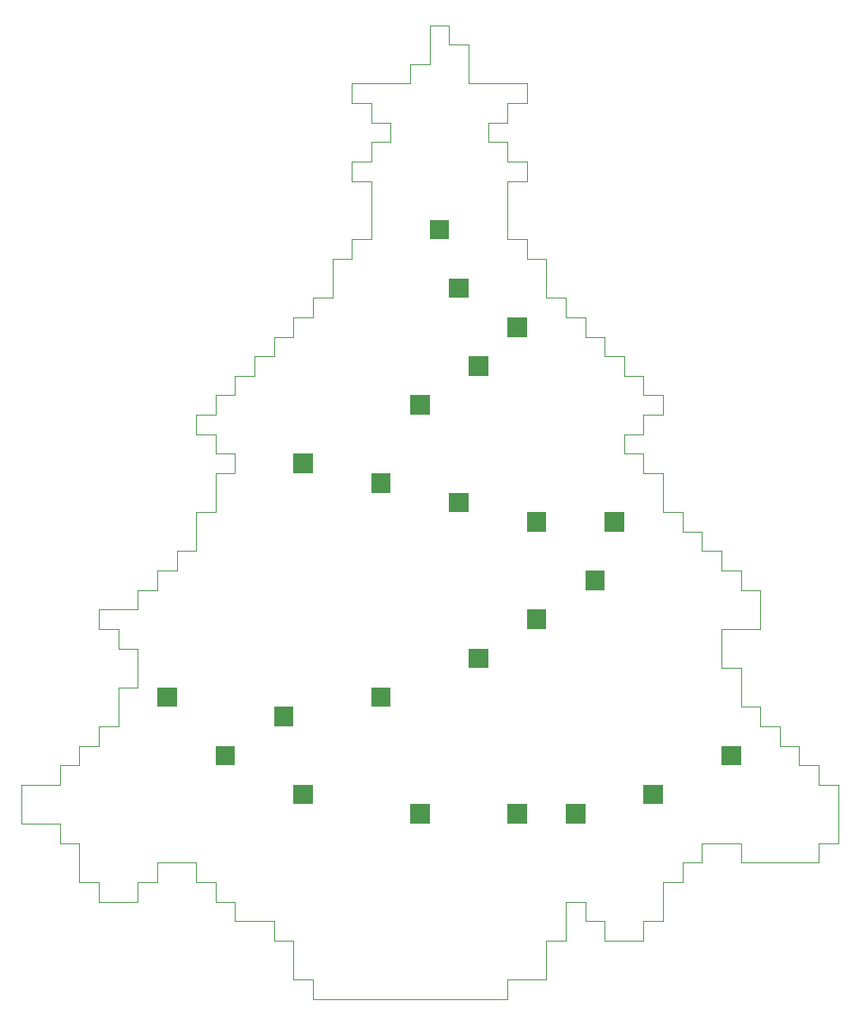
<source format=gbo>
G04 Layer_Color=32896*
%FSLAX24Y24*%
%MOIN*%
G70*
G01*
G75*
%ADD42C,0.0049*%
G36*
X-22047Y11024D02*
X-22835D01*
Y11811D01*
X-22047D01*
Y11024D01*
D02*
G37*
G36*
X-3937Y9449D02*
X-4724D01*
Y10236D01*
X-3937D01*
Y9449D01*
D02*
G37*
G36*
X-18110Y11811D02*
X-18898D01*
Y12598D01*
X-18110D01*
Y11811D01*
D02*
G37*
G36*
X-14173Y13386D02*
X-14961D01*
Y14173D01*
X-14173D01*
Y13386D01*
D02*
G37*
G36*
X-26772Y11811D02*
X-27559D01*
Y12598D01*
X-26772D01*
Y11811D01*
D02*
G37*
G36*
X-24409Y9449D02*
X-25197D01*
Y10236D01*
X-24409D01*
Y9449D01*
D02*
G37*
G36*
X-12598Y7087D02*
X-13386D01*
Y7874D01*
X-12598D01*
Y7087D01*
D02*
G37*
G36*
X-16535D02*
X-17323D01*
Y7874D01*
X-16535D01*
Y7087D01*
D02*
G37*
G36*
X-10236D02*
X-11024D01*
Y7874D01*
X-10236D01*
Y7087D01*
D02*
G37*
G36*
X-7087Y7874D02*
X-7874D01*
Y8661D01*
X-7087D01*
Y7874D01*
D02*
G37*
G36*
X-21260D02*
X-22047D01*
Y8661D01*
X-21260D01*
Y7874D01*
D02*
G37*
G36*
X-11811Y14961D02*
X-12598D01*
Y15748D01*
X-11811D01*
Y14961D01*
D02*
G37*
G36*
X-14173Y25197D02*
X-14961D01*
Y25984D01*
X-14173D01*
Y25197D01*
D02*
G37*
G36*
X-16535Y23622D02*
X-17323D01*
Y24409D01*
X-16535D01*
Y23622D01*
D02*
G37*
G36*
X-12598Y26772D02*
X-13386D01*
Y27559D01*
X-12598D01*
Y26772D01*
D02*
G37*
G36*
X-15748Y30709D02*
X-16535D01*
Y31496D01*
X-15748D01*
Y30709D01*
D02*
G37*
G36*
X-14961Y28346D02*
X-15748D01*
Y29134D01*
X-14961D01*
Y28346D01*
D02*
G37*
G36*
X-21260Y21260D02*
X-22047D01*
Y22047D01*
X-21260D01*
Y21260D01*
D02*
G37*
G36*
X-11811Y18898D02*
X-12598D01*
Y19685D01*
X-11811D01*
Y18898D01*
D02*
G37*
G36*
X-9449Y16535D02*
X-10236D01*
Y17323D01*
X-9449D01*
Y16535D01*
D02*
G37*
G36*
X-8661Y18898D02*
X-9449D01*
Y19685D01*
X-8661D01*
Y18898D01*
D02*
G37*
G36*
X-18110Y20472D02*
X-18898D01*
Y21260D01*
X-18110D01*
Y20472D01*
D02*
G37*
G36*
X-14961Y19685D02*
X-15748D01*
Y20472D01*
X-14961D01*
Y19685D01*
D02*
G37*
D42*
X-21260Y0D02*
Y787D01*
X-22047D02*
X-21260D01*
X-22047D02*
Y2362D01*
X-22835D02*
X-22047D01*
X-22835D02*
Y3150D01*
X-24409D02*
X-22835D01*
X-24409D02*
Y3937D01*
X-25197D02*
X-24409D01*
X-25197D02*
Y4724D01*
X-25984D02*
X-25197D01*
X-25984D02*
Y5512D01*
X-27559D02*
X-25984D01*
X-27559Y4724D02*
Y5512D01*
X-28346Y4724D02*
X-27559D01*
X-28346Y3937D02*
Y4724D01*
X-29921Y3937D02*
X-28346D01*
X-29921D02*
Y4724D01*
X-30709D02*
X-29921D01*
X-30709D02*
Y6299D01*
X-31496D02*
X-30709D01*
X-31496D02*
Y7087D01*
X-33071D02*
X-31496D01*
X-33071D02*
Y8661D01*
X-31496D01*
Y9449D01*
X-30709D01*
Y10236D01*
X-29921D01*
Y11024D01*
X-29134D01*
Y12598D01*
X-28346D01*
Y14173D01*
X-29134D02*
X-28346D01*
X-29134D02*
Y14961D01*
X-29921D02*
X-29134D01*
X-29921D02*
Y15748D01*
X-28346D01*
Y16535D01*
X-27559D01*
Y17323D01*
X-26772D01*
Y18110D01*
X-25984D01*
Y19685D01*
X-25197D01*
Y21260D01*
X-24409D01*
Y22047D01*
X-25197D02*
X-24409D01*
X-25197D02*
Y22835D01*
X-25984D02*
X-25197D01*
X-25984D02*
Y23622D01*
X-25197D01*
Y24409D01*
X-24409D01*
Y25197D01*
X-23622D01*
Y25984D01*
X-22835D01*
Y26772D01*
X-22047D01*
Y27559D01*
X-21260D01*
Y28346D01*
X-20472D01*
Y29921D01*
X-19685D01*
Y30709D01*
X-18898D01*
Y33071D01*
X-19685D02*
X-18898D01*
X-19685D02*
Y33858D01*
X-18898D01*
Y34646D01*
X-18110D01*
Y35433D01*
X-18898D02*
X-18110D01*
X-18898D02*
Y36220D01*
X-19685D02*
X-18898D01*
X-19685D02*
Y37008D01*
X-17323D01*
Y37795D01*
X-16535D01*
Y39370D01*
X-15748D01*
Y38583D02*
Y39370D01*
Y38583D02*
X-14961D01*
Y37008D02*
Y38583D01*
Y37008D02*
X-12598D01*
Y36220D02*
Y37008D01*
X-13386Y36220D02*
X-12598D01*
X-13386Y35433D02*
Y36220D01*
X-14173Y35433D02*
X-13386D01*
X-14173Y34646D02*
Y35433D01*
Y34646D02*
X-13386D01*
Y33858D02*
Y34646D01*
Y33858D02*
X-12598D01*
Y33071D02*
Y33858D01*
X-13386Y33071D02*
X-12598D01*
X-13386Y32283D02*
Y33071D01*
Y30709D02*
Y32283D01*
Y30709D02*
X-12598D01*
Y29921D02*
Y30709D01*
Y29921D02*
X-11811D01*
Y28346D02*
Y29921D01*
Y28346D02*
X-11024D01*
Y27559D02*
Y28346D01*
Y27559D02*
X-10236D01*
Y26772D02*
Y27559D01*
Y26772D02*
X-9449D01*
Y25984D02*
Y26772D01*
Y25984D02*
X-8661D01*
Y25197D02*
Y25984D01*
Y25197D02*
X-7874D01*
Y24409D02*
Y25197D01*
Y24409D02*
X-7087D01*
Y23622D02*
Y24409D01*
X-7874Y23622D02*
X-7087D01*
X-7874Y22835D02*
Y23622D01*
X-8661Y22835D02*
X-7874D01*
X-8661Y22047D02*
Y22835D01*
Y22047D02*
X-7874D01*
Y21260D02*
Y22047D01*
Y21260D02*
X-7087D01*
Y19685D02*
Y21260D01*
Y19685D02*
X-6299D01*
Y18898D02*
Y19685D01*
Y18898D02*
X-5512D01*
Y18110D02*
Y18898D01*
Y18110D02*
X-4724D01*
Y17323D02*
Y18110D01*
Y17323D02*
X-3937D01*
Y16535D02*
Y17323D01*
Y16535D02*
X-3150D01*
Y14961D02*
Y16535D01*
X-4724Y14961D02*
X-3150D01*
X-4724Y13386D02*
Y14961D01*
Y13386D02*
X-3937D01*
Y11811D02*
Y13386D01*
Y11811D02*
X-3150D01*
Y11024D02*
Y11811D01*
Y11024D02*
X-2362D01*
Y10236D02*
Y11024D01*
Y10236D02*
X-1575D01*
Y9449D02*
Y10236D01*
Y9449D02*
X-787D01*
Y8661D02*
Y9449D01*
Y8661D02*
X0D01*
Y6299D02*
Y8661D01*
X-787Y6299D02*
X0D01*
X-787Y5512D02*
Y6299D01*
X-3937Y5512D02*
X-787D01*
X-3937D02*
Y6299D01*
X-5512D02*
X-3937D01*
X-5512Y5512D02*
Y6299D01*
X-6299Y5512D02*
X-5512D01*
X-6299Y4724D02*
Y5512D01*
X-7087Y4724D02*
X-6299D01*
X-7087Y3150D02*
Y4724D01*
X-7874Y3150D02*
X-7087D01*
X-7874Y2362D02*
Y3150D01*
X-9449Y2362D02*
X-7874D01*
X-9449D02*
Y3150D01*
X-10236D02*
X-9449D01*
X-10236D02*
Y3937D01*
X-11024D02*
X-10236D01*
X-11024Y2362D02*
Y3937D01*
X-11811Y2362D02*
X-11024D01*
X-11811Y787D02*
Y2362D01*
X-13386Y787D02*
X-11811D01*
X-13386Y0D02*
Y787D01*
X-21260Y0D02*
X-13386D01*
M02*

</source>
